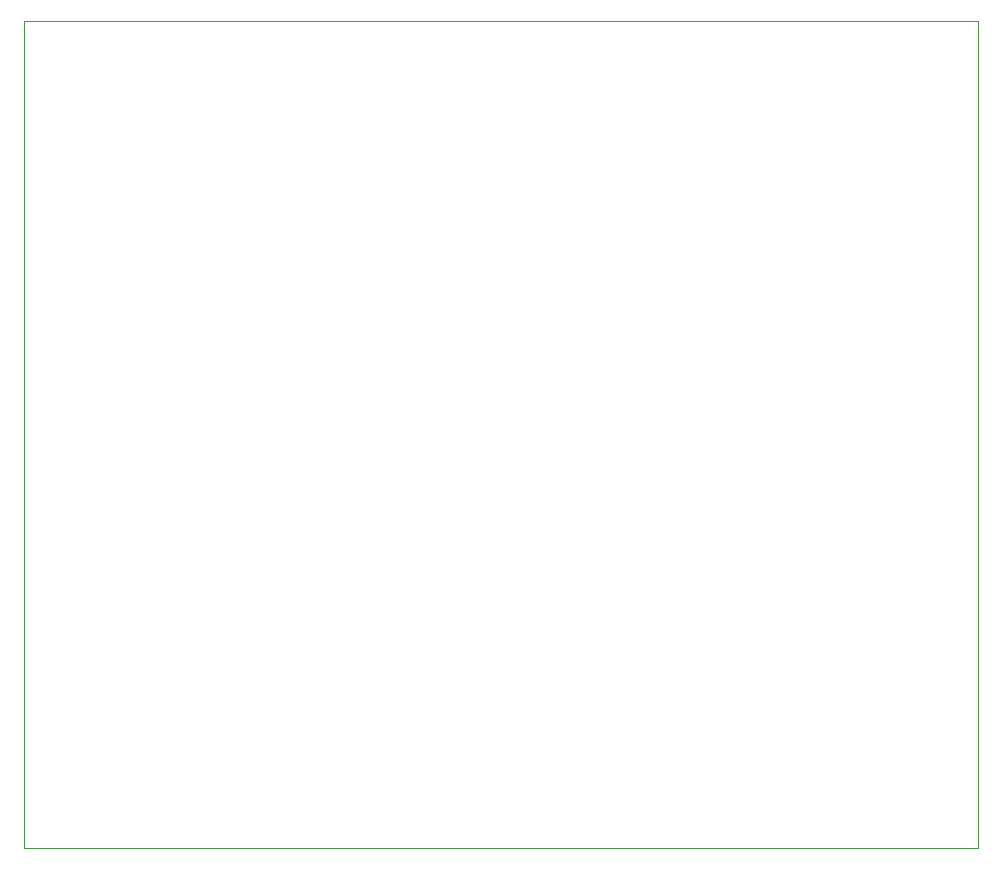
<source format=gbr>
%TF.GenerationSoftware,KiCad,Pcbnew,8.0.4*%
%TF.CreationDate,2024-09-02T12:40:36+02:00*%
%TF.ProjectId,Big7segDisplayDrv,42696737-7365-4674-9469-73706c617944,rev?*%
%TF.SameCoordinates,Original*%
%TF.FileFunction,Profile,NP*%
%FSLAX46Y46*%
G04 Gerber Fmt 4.6, Leading zero omitted, Abs format (unit mm)*
G04 Created by KiCad (PCBNEW 8.0.4) date 2024-09-02 12:40:36*
%MOMM*%
%LPD*%
G01*
G04 APERTURE LIST*
%TA.AperFunction,Profile*%
%ADD10C,0.100000*%
%TD*%
G04 APERTURE END LIST*
D10*
X92700000Y-65300000D02*
X173400000Y-65300000D01*
X173400000Y-135300000D01*
X92700000Y-135300000D01*
X92700000Y-65300000D01*
M02*

</source>
